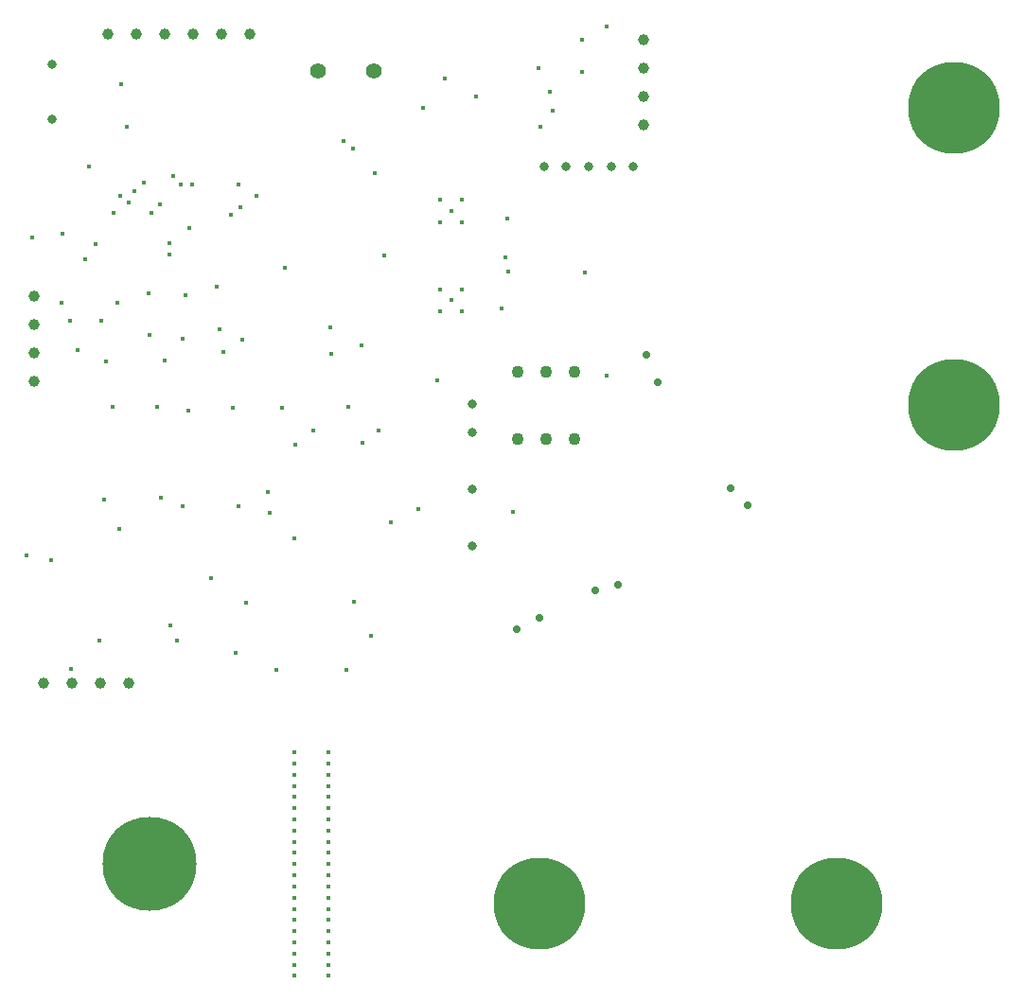
<source format=gbr>
%TF.GenerationSoftware,KiCad,Pcbnew,7.0.9*%
%TF.CreationDate,2024-06-21T01:41:26+05:30*%
%TF.ProjectId,BMS_Master,424d535f-4d61-4737-9465-722e6b696361,rev?*%
%TF.SameCoordinates,Original*%
%TF.FileFunction,Plated,1,2,PTH,Drill*%
%TF.FilePolarity,Positive*%
%FSLAX46Y46*%
G04 Gerber Fmt 4.6, Leading zero omitted, Abs format (unit mm)*
G04 Created by KiCad (PCBNEW 7.0.9) date 2024-06-21 01:41:26*
%MOMM*%
%LPD*%
G01*
G04 APERTURE LIST*
%TA.AperFunction,ViaDrill*%
%ADD10C,0.400000*%
%TD*%
%TA.AperFunction,ComponentDrill*%
%ADD11C,0.700000*%
%TD*%
%TA.AperFunction,ComponentDrill*%
%ADD12C,0.800000*%
%TD*%
%TA.AperFunction,ComponentDrill*%
%ADD13C,0.990600*%
%TD*%
%TA.AperFunction,ComponentDrill*%
%ADD14C,1.000000*%
%TD*%
%TA.AperFunction,ComponentDrill*%
%ADD15C,1.100000*%
%TD*%
%TA.AperFunction,ComponentDrill*%
%ADD16C,1.400000*%
%TD*%
%TA.AperFunction,ComponentDrill*%
%ADD17C,8.200000*%
%TD*%
%TA.AperFunction,ComponentDrill*%
%ADD18C,8.400000*%
%TD*%
G04 APERTURE END LIST*
D10*
X189030000Y-106380000D03*
X189500000Y-77900000D03*
X191230000Y-106780000D03*
X192151000Y-83800000D03*
X192200000Y-77600000D03*
X192875500Y-85400000D03*
X193000000Y-116500000D03*
X193600000Y-88000000D03*
X194300000Y-79900000D03*
X194600000Y-71600000D03*
X195199500Y-78532399D03*
X195500000Y-114000000D03*
X195700000Y-85400000D03*
X196000000Y-101400000D03*
X196100000Y-89000000D03*
X196700000Y-93100000D03*
X196800000Y-75725500D03*
X197175500Y-83778449D03*
X197300000Y-104000000D03*
X197419786Y-74200000D03*
X197500000Y-64200000D03*
X198000000Y-68000000D03*
X198198335Y-74827979D03*
X198637185Y-73799041D03*
X199514286Y-73024720D03*
X199900000Y-82900000D03*
X200000000Y-86650500D03*
X200162299Y-75762299D03*
X200700000Y-93100000D03*
X200949777Y-74949777D03*
X201000000Y-101200000D03*
X201400000Y-88900000D03*
X201765014Y-79455574D03*
X201800000Y-78400000D03*
X201900000Y-112600000D03*
X202160134Y-72432162D03*
X202500000Y-114000000D03*
X202800000Y-73200000D03*
X203000000Y-87000000D03*
X203000000Y-102000000D03*
X203200000Y-83100000D03*
X203500000Y-93400000D03*
X203600000Y-77100000D03*
X203799503Y-73200000D03*
X205500000Y-108375500D03*
X206000000Y-82300000D03*
X206269788Y-86100500D03*
X206600000Y-88200000D03*
X207300000Y-75900000D03*
X207500000Y-93200000D03*
X207740000Y-115110000D03*
X208000000Y-73200000D03*
X208000000Y-102000000D03*
X208131637Y-75175500D03*
X208300000Y-87100000D03*
X208680000Y-110624500D03*
X209600000Y-74200000D03*
X210600000Y-100700000D03*
X210800000Y-102600000D03*
X211400000Y-116600000D03*
X211900000Y-93200000D03*
X212100000Y-80600000D03*
X212951634Y-104844575D03*
X213000000Y-124000000D03*
X213000000Y-125000000D03*
X213000000Y-126000000D03*
X213000000Y-127000000D03*
X213000000Y-128000000D03*
X213000000Y-129000000D03*
X213000000Y-130000000D03*
X213000000Y-131000000D03*
X213000000Y-132000000D03*
X213000000Y-133000000D03*
X213000000Y-134000000D03*
X213000000Y-135000000D03*
X213000000Y-136000000D03*
X213000000Y-137000000D03*
X213000000Y-138000000D03*
X213000000Y-139000000D03*
X213000000Y-140000000D03*
X213000000Y-141000000D03*
X213000000Y-142000000D03*
X213000000Y-143000000D03*
X213000000Y-144000000D03*
X213100000Y-96500000D03*
X214700000Y-95200000D03*
X216000000Y-124000000D03*
X216000000Y-125000000D03*
X216000000Y-126000000D03*
X216000000Y-127000000D03*
X216000000Y-128000000D03*
X216000000Y-129000000D03*
X216000000Y-130000000D03*
X216000000Y-131000000D03*
X216000000Y-132000000D03*
X216000000Y-133000000D03*
X216000000Y-134000000D03*
X216000000Y-135000000D03*
X216000000Y-136000000D03*
X216000000Y-137000000D03*
X216000000Y-138000000D03*
X216000000Y-139000000D03*
X216000000Y-140000000D03*
X216000000Y-141000000D03*
X216000000Y-142000000D03*
X216000000Y-143000000D03*
X216000000Y-144000000D03*
X216200000Y-86000000D03*
X216300000Y-88300000D03*
X217400000Y-69275500D03*
X217600000Y-116600000D03*
X217800000Y-93100000D03*
X218200000Y-70000000D03*
X218330000Y-110540000D03*
X219000000Y-87540000D03*
X219100000Y-96300000D03*
X219800000Y-113570000D03*
X220200000Y-72200000D03*
X220500000Y-95200000D03*
X221000000Y-79540000D03*
X221600000Y-103400000D03*
X224100000Y-102200000D03*
X224475500Y-66287701D03*
X225800000Y-90700000D03*
X226000000Y-74540000D03*
X226000000Y-76540000D03*
X226000000Y-82540000D03*
X226000000Y-84540000D03*
X226480498Y-63724500D03*
X227000000Y-75540000D03*
X227000000Y-83540000D03*
X228000000Y-74540000D03*
X228000000Y-76540000D03*
X228000000Y-82540000D03*
X228000000Y-84540000D03*
X229199502Y-65300000D03*
X231500000Y-84300000D03*
X231900000Y-79700000D03*
X232000000Y-76200000D03*
X232100000Y-81000000D03*
X232500000Y-102500000D03*
X234800000Y-62800000D03*
X235000000Y-68000000D03*
X235800000Y-64900000D03*
X236107512Y-66578156D03*
X238719502Y-60200000D03*
X238719502Y-63100000D03*
X238975438Y-81074062D03*
X240887701Y-59012299D03*
X240900000Y-90250000D03*
D11*
%TO.C,K1*%
X232900000Y-113000000D03*
X234900000Y-112000000D03*
X239900000Y-109500000D03*
X241900000Y-109000000D03*
%TO.C,K2*%
X244500000Y-88400000D03*
X245500000Y-90900000D03*
X252000000Y-100400000D03*
X253500000Y-101900000D03*
D12*
%TO.C,Y1*%
X191300000Y-62450000D03*
X191300000Y-67330000D03*
%TO.C,IC1*%
X228910000Y-92840000D03*
X228910000Y-95380000D03*
X228910000Y-100460000D03*
X228910000Y-105540000D03*
%TO.C,J4*%
X235300000Y-71600000D03*
X237300000Y-71600000D03*
X239300000Y-71600000D03*
X241300000Y-71600000D03*
X243300000Y-71600000D03*
D13*
%TO.C,U17*%
X190580000Y-117838200D03*
X193120000Y-117838200D03*
X195660000Y-117838200D03*
X198200000Y-117838200D03*
%TO.C,U15*%
X244208200Y-60190000D03*
X244208200Y-62730000D03*
X244208200Y-65270000D03*
X244208200Y-67810000D03*
D14*
%TO.C,J2*%
X189700000Y-83200000D03*
X189700000Y-85740000D03*
X189700000Y-88280000D03*
X189700000Y-90820000D03*
%TO.C,J3*%
X196280000Y-59700000D03*
X198820000Y-59700000D03*
X201360000Y-59700000D03*
X203900000Y-59700000D03*
X206440000Y-59700000D03*
X208980000Y-59700000D03*
D15*
%TO.C,Q4*%
X232920000Y-89945000D03*
%TO.C,Q3*%
X232920000Y-95945000D03*
%TO.C,Q4*%
X235460000Y-89945000D03*
%TO.C,Q3*%
X235460000Y-95945000D03*
%TO.C,Q4*%
X238000000Y-89945000D03*
%TO.C,Q3*%
X238000000Y-95945000D03*
D16*
%TO.C,J1*%
X215100000Y-63000000D03*
X220100000Y-63000000D03*
D17*
%TO.C,K1*%
X234900000Y-137500000D03*
X261500000Y-137500000D03*
%TO.C,K2*%
X272000000Y-66300000D03*
X272000000Y-92900000D03*
D18*
%TO.C,H1*%
X200000000Y-134000000D03*
M02*

</source>
